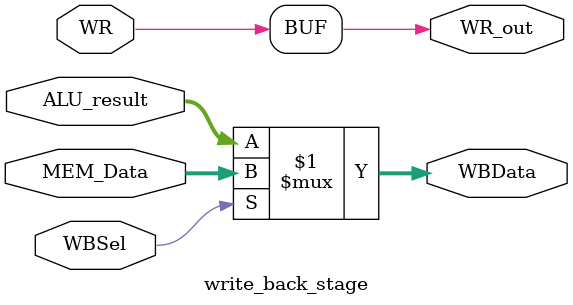
<source format=v>
`timescale 1ns/1ps
module write_back_stage (																	   
    input        WBSel,        // 0: ALU_result , 1: MEM_Data
    input        WR,
    input [31:0] ALU_result,
    input [31:0] MEM_Data,

    output [31:0] WBData,
    output        WR_out
);
    assign WBData = (WBSel) ? MEM_Data : ALU_result;
    assign WR_out = WR;
endmodule


</source>
